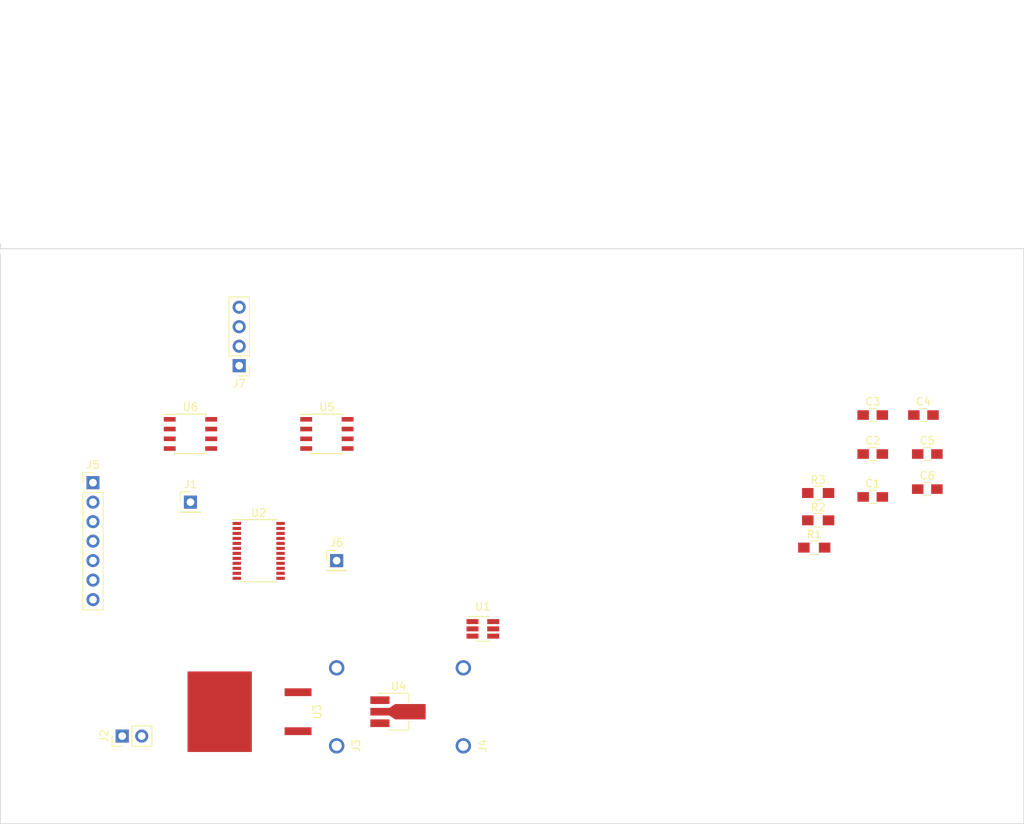
<source format=kicad_pcb>
(kicad_pcb (version 4) (host pcbnew 4.0.7)

  (general
    (links 62)
    (no_connects 62)
    (area 103.202381 34.899999 219.139001 136.827619)
    (thickness 1.6)
    (drawings 12)
    (tracks 0)
    (zones 0)
    (modules 22)
    (nets 24)
  )

  (page A4)
  (layers
    (0 F.Cu signal)
    (1 In1.Cu power)
    (2 In2.Cu power)
    (31 B.Cu signal)
    (34 B.Paste user)
    (35 F.Paste user)
    (36 B.SilkS user)
    (37 F.SilkS user)
    (38 B.Mask user)
    (39 F.Mask user)
    (44 Edge.Cuts user)
    (45 Margin user)
  )

  (setup
    (last_trace_width 0.25)
    (trace_clearance 0.2)
    (zone_clearance 0.508)
    (zone_45_only no)
    (trace_min 0.2)
    (segment_width 0.2)
    (edge_width 0.1)
    (via_size 0.6)
    (via_drill 0.4)
    (via_min_size 0.4)
    (via_min_drill 0.3)
    (uvia_size 0.3)
    (uvia_drill 0.1)
    (uvias_allowed no)
    (uvia_min_size 0.2)
    (uvia_min_drill 0.1)
    (pcb_text_width 0.3)
    (pcb_text_size 1.5 1.5)
    (mod_edge_width 0.15)
    (mod_text_size 1 1)
    (mod_text_width 0.15)
    (pad_size 1.5 1.5)
    (pad_drill 0.6)
    (pad_to_mask_clearance 0)
    (aux_axis_origin 0 0)
    (visible_elements 7FFFFFFF)
    (pcbplotparams
      (layerselection 0x00030_80000001)
      (usegerberextensions false)
      (excludeedgelayer true)
      (linewidth 0.100000)
      (plotframeref false)
      (viasonmask false)
      (mode 1)
      (useauxorigin false)
      (hpglpennumber 1)
      (hpglpenspeed 20)
      (hpglpendiameter 15)
      (hpglpenoverlay 2)
      (psnegative false)
      (psa4output false)
      (plotreference true)
      (plotvalue true)
      (plotinvisibletext false)
      (padsonsilk false)
      (subtractmaskfromsilk false)
      (outputformat 1)
      (mirror false)
      (drillshape 1)
      (scaleselection 1)
      (outputdirectory ""))
  )

  (net 0 "")
  (net 1 /3V3)
  (net 2 GNDD)
  (net 3 /+12V)
  (net 4 GNDA)
  (net 5 /3V3Pi)
  (net 6 /OUT2)
  (net 7 /+15V)
  (net 8 /SYNC)
  (net 9 /SCK)
  (net 10 /MOSI)
  (net 11 /LDAC)
  (net 12 /CLR)
  (net 13 /MISO)
  (net 14 /MUX)
  (net 15 "Net-(J6-Pad1)")
  (net 16 /OUTA)
  (net 17 /OUTB)
  (net 18 /OUTC)
  (net 19 /OUTD)
  (net 20 /3V3PS)
  (net 21 /OUT1)
  (net 22 /OUT4)
  (net 23 /OUT3)

  (net_class Default "This is the default net class."
    (clearance 0.2)
    (trace_width 0.25)
    (via_dia 0.6)
    (via_drill 0.4)
    (uvia_dia 0.3)
    (uvia_drill 0.1)
    (add_net /+12V)
    (add_net /+15V)
    (add_net /3V3)
    (add_net /3V3PS)
    (add_net /3V3Pi)
    (add_net /CLR)
    (add_net /LDAC)
    (add_net /MISO)
    (add_net /MOSI)
    (add_net /MUX)
    (add_net /OUT1)
    (add_net /OUT2)
    (add_net /OUT3)
    (add_net /OUT4)
    (add_net /OUTA)
    (add_net /OUTB)
    (add_net /OUTC)
    (add_net /OUTD)
    (add_net /SCK)
    (add_net /SYNC)
    (add_net GNDA)
    (add_net GNDD)
    (add_net "Net-(J6-Pad1)")
  )

  (module Capacitors_SMD:C_0805_HandSoldering (layer F.Cu) (tedit 58AA84A8) (tstamp 5B8470A1)
    (at 209.552 99.648)
    (descr "Capacitor SMD 0805, hand soldering")
    (tags "capacitor 0805")
    (path /5B7659FA)
    (attr smd)
    (fp_text reference C1 (at 0 -1.75) (layer F.SilkS)
      (effects (font (size 1 1) (thickness 0.15)))
    )
    (fp_text value 0.1uF (at 0 1.75) (layer F.Fab)
      (effects (font (size 1 1) (thickness 0.15)))
    )
    (fp_text user %R (at 0 -1.75) (layer F.Fab)
      (effects (font (size 1 1) (thickness 0.15)))
    )
    (fp_line (start -1 0.62) (end -1 -0.62) (layer F.Fab) (width 0.1))
    (fp_line (start 1 0.62) (end -1 0.62) (layer F.Fab) (width 0.1))
    (fp_line (start 1 -0.62) (end 1 0.62) (layer F.Fab) (width 0.1))
    (fp_line (start -1 -0.62) (end 1 -0.62) (layer F.Fab) (width 0.1))
    (fp_line (start 0.5 -0.85) (end -0.5 -0.85) (layer F.SilkS) (width 0.12))
    (fp_line (start -0.5 0.85) (end 0.5 0.85) (layer F.SilkS) (width 0.12))
    (fp_line (start -2.25 -0.88) (end 2.25 -0.88) (layer F.CrtYd) (width 0.05))
    (fp_line (start -2.25 -0.88) (end -2.25 0.87) (layer F.CrtYd) (width 0.05))
    (fp_line (start 2.25 0.87) (end 2.25 -0.88) (layer F.CrtYd) (width 0.05))
    (fp_line (start 2.25 0.87) (end -2.25 0.87) (layer F.CrtYd) (width 0.05))
    (pad 1 smd rect (at -1.25 0) (size 1.5 1.25) (layers F.Cu F.Paste F.Mask)
      (net 1 /3V3))
    (pad 2 smd rect (at 1.25 0) (size 1.5 1.25) (layers F.Cu F.Paste F.Mask)
      (net 2 GNDD))
    (model Capacitors_SMD.3dshapes/C_0805.wrl
      (at (xyz 0 0 0))
      (scale (xyz 1 1 1))
      (rotate (xyz 0 0 0))
    )
  )

  (module Capacitors_SMD:C_0805_HandSoldering (layer F.Cu) (tedit 58AA84A8) (tstamp 5B8470A7)
    (at 209.552 94.06)
    (descr "Capacitor SMD 0805, hand soldering")
    (tags "capacitor 0805")
    (path /5B7EAB26)
    (attr smd)
    (fp_text reference C2 (at 0 -1.75) (layer F.SilkS)
      (effects (font (size 1 1) (thickness 0.15)))
    )
    (fp_text value 10uF (at 0 1.75) (layer F.Fab)
      (effects (font (size 1 1) (thickness 0.15)))
    )
    (fp_text user %R (at 0 -1.75) (layer F.Fab)
      (effects (font (size 1 1) (thickness 0.15)))
    )
    (fp_line (start -1 0.62) (end -1 -0.62) (layer F.Fab) (width 0.1))
    (fp_line (start 1 0.62) (end -1 0.62) (layer F.Fab) (width 0.1))
    (fp_line (start 1 -0.62) (end 1 0.62) (layer F.Fab) (width 0.1))
    (fp_line (start -1 -0.62) (end 1 -0.62) (layer F.Fab) (width 0.1))
    (fp_line (start 0.5 -0.85) (end -0.5 -0.85) (layer F.SilkS) (width 0.12))
    (fp_line (start -0.5 0.85) (end 0.5 0.85) (layer F.SilkS) (width 0.12))
    (fp_line (start -2.25 -0.88) (end 2.25 -0.88) (layer F.CrtYd) (width 0.05))
    (fp_line (start -2.25 -0.88) (end -2.25 0.87) (layer F.CrtYd) (width 0.05))
    (fp_line (start 2.25 0.87) (end 2.25 -0.88) (layer F.CrtYd) (width 0.05))
    (fp_line (start 2.25 0.87) (end -2.25 0.87) (layer F.CrtYd) (width 0.05))
    (pad 1 smd rect (at -1.25 0) (size 1.5 1.25) (layers F.Cu F.Paste F.Mask)
      (net 1 /3V3))
    (pad 2 smd rect (at 1.25 0) (size 1.5 1.25) (layers F.Cu F.Paste F.Mask)
      (net 2 GNDD))
    (model Capacitors_SMD.3dshapes/C_0805.wrl
      (at (xyz 0 0 0))
      (scale (xyz 1 1 1))
      (rotate (xyz 0 0 0))
    )
  )

  (module Capacitors_SMD:C_0805_HandSoldering (layer F.Cu) (tedit 58AA84A8) (tstamp 5B8470AD)
    (at 209.552 88.98)
    (descr "Capacitor SMD 0805, hand soldering")
    (tags "capacitor 0805")
    (path /5B58BDD8)
    (attr smd)
    (fp_text reference C3 (at 0 -1.75) (layer F.SilkS)
      (effects (font (size 1 1) (thickness 0.15)))
    )
    (fp_text value 0.1uF (at 0 1.75) (layer F.Fab)
      (effects (font (size 1 1) (thickness 0.15)))
    )
    (fp_text user %R (at 0 -1.75) (layer F.Fab)
      (effects (font (size 1 1) (thickness 0.15)))
    )
    (fp_line (start -1 0.62) (end -1 -0.62) (layer F.Fab) (width 0.1))
    (fp_line (start 1 0.62) (end -1 0.62) (layer F.Fab) (width 0.1))
    (fp_line (start 1 -0.62) (end 1 0.62) (layer F.Fab) (width 0.1))
    (fp_line (start -1 -0.62) (end 1 -0.62) (layer F.Fab) (width 0.1))
    (fp_line (start 0.5 -0.85) (end -0.5 -0.85) (layer F.SilkS) (width 0.12))
    (fp_line (start -0.5 0.85) (end 0.5 0.85) (layer F.SilkS) (width 0.12))
    (fp_line (start -2.25 -0.88) (end 2.25 -0.88) (layer F.CrtYd) (width 0.05))
    (fp_line (start -2.25 -0.88) (end -2.25 0.87) (layer F.CrtYd) (width 0.05))
    (fp_line (start 2.25 0.87) (end 2.25 -0.88) (layer F.CrtYd) (width 0.05))
    (fp_line (start 2.25 0.87) (end -2.25 0.87) (layer F.CrtYd) (width 0.05))
    (pad 1 smd rect (at -1.25 0) (size 1.5 1.25) (layers F.Cu F.Paste F.Mask)
      (net 3 /+12V))
    (pad 2 smd rect (at 1.25 0) (size 1.5 1.25) (layers F.Cu F.Paste F.Mask)
      (net 4 GNDA))
    (model Capacitors_SMD.3dshapes/C_0805.wrl
      (at (xyz 0 0 0))
      (scale (xyz 1 1 1))
      (rotate (xyz 0 0 0))
    )
  )

  (module Capacitors_SMD:C_0805_HandSoldering (layer F.Cu) (tedit 58AA84A8) (tstamp 5B8470B3)
    (at 216.156 88.98)
    (descr "Capacitor SMD 0805, hand soldering")
    (tags "capacitor 0805")
    (path /5B7EAA08)
    (attr smd)
    (fp_text reference C4 (at 0 -1.75) (layer F.SilkS)
      (effects (font (size 1 1) (thickness 0.15)))
    )
    (fp_text value 10uF (at 0 1.75) (layer F.Fab)
      (effects (font (size 1 1) (thickness 0.15)))
    )
    (fp_text user %R (at 0 -1.75) (layer F.Fab)
      (effects (font (size 1 1) (thickness 0.15)))
    )
    (fp_line (start -1 0.62) (end -1 -0.62) (layer F.Fab) (width 0.1))
    (fp_line (start 1 0.62) (end -1 0.62) (layer F.Fab) (width 0.1))
    (fp_line (start 1 -0.62) (end 1 0.62) (layer F.Fab) (width 0.1))
    (fp_line (start -1 -0.62) (end 1 -0.62) (layer F.Fab) (width 0.1))
    (fp_line (start 0.5 -0.85) (end -0.5 -0.85) (layer F.SilkS) (width 0.12))
    (fp_line (start -0.5 0.85) (end 0.5 0.85) (layer F.SilkS) (width 0.12))
    (fp_line (start -2.25 -0.88) (end 2.25 -0.88) (layer F.CrtYd) (width 0.05))
    (fp_line (start -2.25 -0.88) (end -2.25 0.87) (layer F.CrtYd) (width 0.05))
    (fp_line (start 2.25 0.87) (end 2.25 -0.88) (layer F.CrtYd) (width 0.05))
    (fp_line (start 2.25 0.87) (end -2.25 0.87) (layer F.CrtYd) (width 0.05))
    (pad 1 smd rect (at -1.25 0) (size 1.5 1.25) (layers F.Cu F.Paste F.Mask)
      (net 3 /+12V))
    (pad 2 smd rect (at 1.25 0) (size 1.5 1.25) (layers F.Cu F.Paste F.Mask)
      (net 4 GNDA))
    (model Capacitors_SMD.3dshapes/C_0805.wrl
      (at (xyz 0 0 0))
      (scale (xyz 1 1 1))
      (rotate (xyz 0 0 0))
    )
  )

  (module Capacitors_SMD:C_0805_HandSoldering (layer F.Cu) (tedit 58AA84A8) (tstamp 5B8470B9)
    (at 216.664 94.06)
    (descr "Capacitor SMD 0805, hand soldering")
    (tags "capacitor 0805")
    (path /5B7E35C7)
    (attr smd)
    (fp_text reference C5 (at 0 -1.75) (layer F.SilkS)
      (effects (font (size 1 1) (thickness 0.15)))
    )
    (fp_text value 0.1uF (at 0 1.75) (layer F.Fab)
      (effects (font (size 1 1) (thickness 0.15)))
    )
    (fp_text user %R (at 0 -1.75) (layer F.Fab)
      (effects (font (size 1 1) (thickness 0.15)))
    )
    (fp_line (start -1 0.62) (end -1 -0.62) (layer F.Fab) (width 0.1))
    (fp_line (start 1 0.62) (end -1 0.62) (layer F.Fab) (width 0.1))
    (fp_line (start 1 -0.62) (end 1 0.62) (layer F.Fab) (width 0.1))
    (fp_line (start -1 -0.62) (end 1 -0.62) (layer F.Fab) (width 0.1))
    (fp_line (start 0.5 -0.85) (end -0.5 -0.85) (layer F.SilkS) (width 0.12))
    (fp_line (start -0.5 0.85) (end 0.5 0.85) (layer F.SilkS) (width 0.12))
    (fp_line (start -2.25 -0.88) (end 2.25 -0.88) (layer F.CrtYd) (width 0.05))
    (fp_line (start -2.25 -0.88) (end -2.25 0.87) (layer F.CrtYd) (width 0.05))
    (fp_line (start 2.25 0.87) (end 2.25 -0.88) (layer F.CrtYd) (width 0.05))
    (fp_line (start 2.25 0.87) (end -2.25 0.87) (layer F.CrtYd) (width 0.05))
    (pad 1 smd rect (at -1.25 0) (size 1.5 1.25) (layers F.Cu F.Paste F.Mask)
      (net 3 /+12V))
    (pad 2 smd rect (at 1.25 0) (size 1.5 1.25) (layers F.Cu F.Paste F.Mask)
      (net 4 GNDA))
    (model Capacitors_SMD.3dshapes/C_0805.wrl
      (at (xyz 0 0 0))
      (scale (xyz 1 1 1))
      (rotate (xyz 0 0 0))
    )
  )

  (module Capacitors_SMD:C_0805_HandSoldering (layer F.Cu) (tedit 58AA84A8) (tstamp 5B8470BF)
    (at 216.664 98.632)
    (descr "Capacitor SMD 0805, hand soldering")
    (tags "capacitor 0805")
    (path /5B7E3B0F)
    (attr smd)
    (fp_text reference C6 (at 0 -1.75) (layer F.SilkS)
      (effects (font (size 1 1) (thickness 0.15)))
    )
    (fp_text value 0.1uF (at 0 1.75) (layer F.Fab)
      (effects (font (size 1 1) (thickness 0.15)))
    )
    (fp_text user %R (at 0 -1.75) (layer F.Fab)
      (effects (font (size 1 1) (thickness 0.15)))
    )
    (fp_line (start -1 0.62) (end -1 -0.62) (layer F.Fab) (width 0.1))
    (fp_line (start 1 0.62) (end -1 0.62) (layer F.Fab) (width 0.1))
    (fp_line (start 1 -0.62) (end 1 0.62) (layer F.Fab) (width 0.1))
    (fp_line (start -1 -0.62) (end 1 -0.62) (layer F.Fab) (width 0.1))
    (fp_line (start 0.5 -0.85) (end -0.5 -0.85) (layer F.SilkS) (width 0.12))
    (fp_line (start -0.5 0.85) (end 0.5 0.85) (layer F.SilkS) (width 0.12))
    (fp_line (start -2.25 -0.88) (end 2.25 -0.88) (layer F.CrtYd) (width 0.05))
    (fp_line (start -2.25 -0.88) (end -2.25 0.87) (layer F.CrtYd) (width 0.05))
    (fp_line (start 2.25 0.87) (end 2.25 -0.88) (layer F.CrtYd) (width 0.05))
    (fp_line (start 2.25 0.87) (end -2.25 0.87) (layer F.CrtYd) (width 0.05))
    (pad 1 smd rect (at -1.25 0) (size 1.5 1.25) (layers F.Cu F.Paste F.Mask)
      (net 3 /+12V))
    (pad 2 smd rect (at 1.25 0) (size 1.5 1.25) (layers F.Cu F.Paste F.Mask)
      (net 4 GNDA))
    (model Capacitors_SMD.3dshapes/C_0805.wrl
      (at (xyz 0 0 0))
      (scale (xyz 1 1 1))
      (rotate (xyz 0 0 0))
    )
  )

  (module Pin_Headers:Pin_Header_Straight_1x01_Pitch2.54mm (layer F.Cu) (tedit 59650532) (tstamp 5B8470D9)
    (at 120.65 100.33)
    (descr "Through hole straight pin header, 1x01, 2.54mm pitch, single row")
    (tags "Through hole pin header THT 1x01 2.54mm single row")
    (path /5B770952)
    (fp_text reference J1 (at 0 -2.33) (layer F.SilkS)
      (effects (font (size 1 1) (thickness 0.15)))
    )
    (fp_text value Conn_01x01 (at 0 2.33) (layer F.Fab)
      (effects (font (size 1 1) (thickness 0.15)))
    )
    (fp_line (start -0.635 -1.27) (end 1.27 -1.27) (layer F.Fab) (width 0.1))
    (fp_line (start 1.27 -1.27) (end 1.27 1.27) (layer F.Fab) (width 0.1))
    (fp_line (start 1.27 1.27) (end -1.27 1.27) (layer F.Fab) (width 0.1))
    (fp_line (start -1.27 1.27) (end -1.27 -0.635) (layer F.Fab) (width 0.1))
    (fp_line (start -1.27 -0.635) (end -0.635 -1.27) (layer F.Fab) (width 0.1))
    (fp_line (start -1.33 1.33) (end 1.33 1.33) (layer F.SilkS) (width 0.12))
    (fp_line (start -1.33 1.27) (end -1.33 1.33) (layer F.SilkS) (width 0.12))
    (fp_line (start 1.33 1.27) (end 1.33 1.33) (layer F.SilkS) (width 0.12))
    (fp_line (start -1.33 1.27) (end 1.33 1.27) (layer F.SilkS) (width 0.12))
    (fp_line (start -1.33 0) (end -1.33 -1.33) (layer F.SilkS) (width 0.12))
    (fp_line (start -1.33 -1.33) (end 0 -1.33) (layer F.SilkS) (width 0.12))
    (fp_line (start -1.8 -1.8) (end -1.8 1.8) (layer F.CrtYd) (width 0.05))
    (fp_line (start -1.8 1.8) (end 1.8 1.8) (layer F.CrtYd) (width 0.05))
    (fp_line (start 1.8 1.8) (end 1.8 -1.8) (layer F.CrtYd) (width 0.05))
    (fp_line (start 1.8 -1.8) (end -1.8 -1.8) (layer F.CrtYd) (width 0.05))
    (fp_text user %R (at 0 0 90) (layer F.Fab)
      (effects (font (size 1 1) (thickness 0.15)))
    )
    (pad 1 thru_hole rect (at 0 0) (size 1.7 1.7) (drill 1) (layers *.Cu *.Mask)
      (net 6 /OUT2))
    (model ${KISYS3DMOD}/Pin_Headers.3dshapes/Pin_Header_Straight_1x01_Pitch2.54mm.wrl
      (at (xyz 0 0 0))
      (scale (xyz 1 1 1))
      (rotate (xyz 0 0 0))
    )
  )

  (module BANANA:BANANA (layer F.Cu) (tedit 5B844972) (tstamp 5B8470DF)
    (at 139.7 132.08 90)
    (path /5B81D551)
    (fp_text reference J3 (at 0 2.54 90) (layer F.SilkS)
      (effects (font (size 1 1) (thickness 0.15)))
    )
    (fp_text value Conn_01x01 (at 0 -2.54 90) (layer F.Fab)
      (effects (font (size 1 1) (thickness 0.15)))
    )
    (pad 1 thru_hole circle (at 0 0 90) (size 2 2) (drill 1.32) (layers *.Cu *.Mask)
      (net 7 /+15V))
    (pad 2 thru_hole circle (at 10.16 0 90) (size 2 2) (drill 1.32) (layers *.Cu *.Mask))
  )

  (module BANANA:BANANA (layer F.Cu) (tedit 5B844972) (tstamp 5B8470E5)
    (at 156.21 132.08 90)
    (path /5B81D632)
    (fp_text reference J4 (at 0 2.54 90) (layer F.SilkS)
      (effects (font (size 1 1) (thickness 0.15)))
    )
    (fp_text value Conn_01x01 (at 0 -2.54 90) (layer F.Fab)
      (effects (font (size 1 1) (thickness 0.15)))
    )
    (pad 1 thru_hole circle (at 0 0 90) (size 2 2) (drill 1.32) (layers *.Cu *.Mask)
      (net 4 GNDA))
    (pad 2 thru_hole circle (at 10.16 0 90) (size 2 2) (drill 1.32) (layers *.Cu *.Mask))
  )

  (module Pin_Headers:Pin_Header_Straight_1x07_Pitch2.54mm (layer F.Cu) (tedit 59650532) (tstamp 5B8470F0)
    (at 107.95 97.79)
    (descr "Through hole straight pin header, 1x07, 2.54mm pitch, single row")
    (tags "Through hole pin header THT 1x07 2.54mm single row")
    (path /5B80F3C7)
    (fp_text reference J5 (at 0 -2.33) (layer F.SilkS)
      (effects (font (size 1 1) (thickness 0.15)))
    )
    (fp_text value Conn_01x07 (at 0 17.57) (layer F.Fab)
      (effects (font (size 1 1) (thickness 0.15)))
    )
    (fp_line (start -0.635 -1.27) (end 1.27 -1.27) (layer F.Fab) (width 0.1))
    (fp_line (start 1.27 -1.27) (end 1.27 16.51) (layer F.Fab) (width 0.1))
    (fp_line (start 1.27 16.51) (end -1.27 16.51) (layer F.Fab) (width 0.1))
    (fp_line (start -1.27 16.51) (end -1.27 -0.635) (layer F.Fab) (width 0.1))
    (fp_line (start -1.27 -0.635) (end -0.635 -1.27) (layer F.Fab) (width 0.1))
    (fp_line (start -1.33 16.57) (end 1.33 16.57) (layer F.SilkS) (width 0.12))
    (fp_line (start -1.33 1.27) (end -1.33 16.57) (layer F.SilkS) (width 0.12))
    (fp_line (start 1.33 1.27) (end 1.33 16.57) (layer F.SilkS) (width 0.12))
    (fp_line (start -1.33 1.27) (end 1.33 1.27) (layer F.SilkS) (width 0.12))
    (fp_line (start -1.33 0) (end -1.33 -1.33) (layer F.SilkS) (width 0.12))
    (fp_line (start -1.33 -1.33) (end 0 -1.33) (layer F.SilkS) (width 0.12))
    (fp_line (start -1.8 -1.8) (end -1.8 17.05) (layer F.CrtYd) (width 0.05))
    (fp_line (start -1.8 17.05) (end 1.8 17.05) (layer F.CrtYd) (width 0.05))
    (fp_line (start 1.8 17.05) (end 1.8 -1.8) (layer F.CrtYd) (width 0.05))
    (fp_line (start 1.8 -1.8) (end -1.8 -1.8) (layer F.CrtYd) (width 0.05))
    (fp_text user %R (at 0 7.62 90) (layer F.Fab)
      (effects (font (size 1 1) (thickness 0.15)))
    )
    (pad 1 thru_hole rect (at 0 0) (size 1.7 1.7) (drill 1) (layers *.Cu *.Mask)
      (net 8 /SYNC))
    (pad 2 thru_hole oval (at 0 2.54) (size 1.7 1.7) (drill 1) (layers *.Cu *.Mask)
      (net 9 /SCK))
    (pad 3 thru_hole oval (at 0 5.08) (size 1.7 1.7) (drill 1) (layers *.Cu *.Mask)
      (net 10 /MOSI))
    (pad 4 thru_hole oval (at 0 7.62) (size 1.7 1.7) (drill 1) (layers *.Cu *.Mask)
      (net 11 /LDAC))
    (pad 5 thru_hole oval (at 0 10.16) (size 1.7 1.7) (drill 1) (layers *.Cu *.Mask)
      (net 12 /CLR))
    (pad 6 thru_hole oval (at 0 12.7) (size 1.7 1.7) (drill 1) (layers *.Cu *.Mask)
      (net 13 /MISO))
    (pad 7 thru_hole oval (at 0 15.24) (size 1.7 1.7) (drill 1) (layers *.Cu *.Mask)
      (net 14 /MUX))
    (model ${KISYS3DMOD}/Pin_Headers.3dshapes/Pin_Header_Straight_1x07_Pitch2.54mm.wrl
      (at (xyz 0 0 0))
      (scale (xyz 1 1 1))
      (rotate (xyz 0 0 0))
    )
  )

  (module Pin_Headers:Pin_Header_Straight_1x01_Pitch2.54mm (layer F.Cu) (tedit 59650532) (tstamp 5B8470F5)
    (at 139.7 107.95)
    (descr "Through hole straight pin header, 1x01, 2.54mm pitch, single row")
    (tags "Through hole pin header THT 1x01 2.54mm single row")
    (path /5B5EDEE3)
    (fp_text reference J6 (at 0 -2.33) (layer F.SilkS)
      (effects (font (size 1 1) (thickness 0.15)))
    )
    (fp_text value Conn_01x01 (at 0 2.33) (layer F.Fab)
      (effects (font (size 1 1) (thickness 0.15)))
    )
    (fp_line (start -0.635 -1.27) (end 1.27 -1.27) (layer F.Fab) (width 0.1))
    (fp_line (start 1.27 -1.27) (end 1.27 1.27) (layer F.Fab) (width 0.1))
    (fp_line (start 1.27 1.27) (end -1.27 1.27) (layer F.Fab) (width 0.1))
    (fp_line (start -1.27 1.27) (end -1.27 -0.635) (layer F.Fab) (width 0.1))
    (fp_line (start -1.27 -0.635) (end -0.635 -1.27) (layer F.Fab) (width 0.1))
    (fp_line (start -1.33 1.33) (end 1.33 1.33) (layer F.SilkS) (width 0.12))
    (fp_line (start -1.33 1.27) (end -1.33 1.33) (layer F.SilkS) (width 0.12))
    (fp_line (start 1.33 1.27) (end 1.33 1.33) (layer F.SilkS) (width 0.12))
    (fp_line (start -1.33 1.27) (end 1.33 1.27) (layer F.SilkS) (width 0.12))
    (fp_line (start -1.33 0) (end -1.33 -1.33) (layer F.SilkS) (width 0.12))
    (fp_line (start -1.33 -1.33) (end 0 -1.33) (layer F.SilkS) (width 0.12))
    (fp_line (start -1.8 -1.8) (end -1.8 1.8) (layer F.CrtYd) (width 0.05))
    (fp_line (start -1.8 1.8) (end 1.8 1.8) (layer F.CrtYd) (width 0.05))
    (fp_line (start 1.8 1.8) (end 1.8 -1.8) (layer F.CrtYd) (width 0.05))
    (fp_line (start 1.8 -1.8) (end -1.8 -1.8) (layer F.CrtYd) (width 0.05))
    (fp_text user %R (at 0 0 90) (layer F.Fab)
      (effects (font (size 1 1) (thickness 0.15)))
    )
    (pad 1 thru_hole rect (at 0 0) (size 1.7 1.7) (drill 1) (layers *.Cu *.Mask)
      (net 15 "Net-(J6-Pad1)"))
    (model ${KISYS3DMOD}/Pin_Headers.3dshapes/Pin_Header_Straight_1x01_Pitch2.54mm.wrl
      (at (xyz 0 0 0))
      (scale (xyz 1 1 1))
      (rotate (xyz 0 0 0))
    )
  )

  (module Pin_Headers:Pin_Header_Straight_1x04_Pitch2.54mm (layer F.Cu) (tedit 59650532) (tstamp 5B8470FD)
    (at 127 82.55 180)
    (descr "Through hole straight pin header, 1x04, 2.54mm pitch, single row")
    (tags "Through hole pin header THT 1x04 2.54mm single row")
    (path /5B7E4805)
    (fp_text reference J7 (at 0 -2.33 180) (layer F.SilkS)
      (effects (font (size 1 1) (thickness 0.15)))
    )
    (fp_text value Conn_01x04 (at 0 9.95 180) (layer F.Fab)
      (effects (font (size 1 1) (thickness 0.15)))
    )
    (fp_line (start -0.635 -1.27) (end 1.27 -1.27) (layer F.Fab) (width 0.1))
    (fp_line (start 1.27 -1.27) (end 1.27 8.89) (layer F.Fab) (width 0.1))
    (fp_line (start 1.27 8.89) (end -1.27 8.89) (layer F.Fab) (width 0.1))
    (fp_line (start -1.27 8.89) (end -1.27 -0.635) (layer F.Fab) (width 0.1))
    (fp_line (start -1.27 -0.635) (end -0.635 -1.27) (layer F.Fab) (width 0.1))
    (fp_line (start -1.33 8.95) (end 1.33 8.95) (layer F.SilkS) (width 0.12))
    (fp_line (start -1.33 1.27) (end -1.33 8.95) (layer F.SilkS) (width 0.12))
    (fp_line (start 1.33 1.27) (end 1.33 8.95) (layer F.SilkS) (width 0.12))
    (fp_line (start -1.33 1.27) (end 1.33 1.27) (layer F.SilkS) (width 0.12))
    (fp_line (start -1.33 0) (end -1.33 -1.33) (layer F.SilkS) (width 0.12))
    (fp_line (start -1.33 -1.33) (end 0 -1.33) (layer F.SilkS) (width 0.12))
    (fp_line (start -1.8 -1.8) (end -1.8 9.4) (layer F.CrtYd) (width 0.05))
    (fp_line (start -1.8 9.4) (end 1.8 9.4) (layer F.CrtYd) (width 0.05))
    (fp_line (start 1.8 9.4) (end 1.8 -1.8) (layer F.CrtYd) (width 0.05))
    (fp_line (start 1.8 -1.8) (end -1.8 -1.8) (layer F.CrtYd) (width 0.05))
    (fp_text user %R (at 0 3.81 270) (layer F.Fab)
      (effects (font (size 1 1) (thickness 0.15)))
    )
    (pad 1 thru_hole rect (at 0 0 180) (size 1.7 1.7) (drill 1) (layers *.Cu *.Mask)
      (net 16 /OUTA))
    (pad 2 thru_hole oval (at 0 2.54 180) (size 1.7 1.7) (drill 1) (layers *.Cu *.Mask)
      (net 17 /OUTB))
    (pad 3 thru_hole oval (at 0 5.08 180) (size 1.7 1.7) (drill 1) (layers *.Cu *.Mask)
      (net 18 /OUTC))
    (pad 4 thru_hole oval (at 0 7.62 180) (size 1.7 1.7) (drill 1) (layers *.Cu *.Mask)
      (net 19 /OUTD))
    (model ${KISYS3DMOD}/Pin_Headers.3dshapes/Pin_Header_Straight_1x04_Pitch2.54mm.wrl
      (at (xyz 0 0 0))
      (scale (xyz 1 1 1))
      (rotate (xyz 0 0 0))
    )
  )

  (module Resistors_SMD:R_0805_HandSoldering (layer F.Cu) (tedit 58E0A804) (tstamp 5B847103)
    (at 201.932 106.252)
    (descr "Resistor SMD 0805, hand soldering")
    (tags "resistor 0805")
    (path /5B5A1252)
    (attr smd)
    (fp_text reference R1 (at 0 -1.7) (layer F.SilkS)
      (effects (font (size 1 1) (thickness 0.15)))
    )
    (fp_text value 10k (at 0 1.75) (layer F.Fab)
      (effects (font (size 1 1) (thickness 0.15)))
    )
    (fp_text user %R (at 0 0) (layer F.Fab)
      (effects (font (size 0.5 0.5) (thickness 0.075)))
    )
    (fp_line (start -1 0.62) (end -1 -0.62) (layer F.Fab) (width 0.1))
    (fp_line (start 1 0.62) (end -1 0.62) (layer F.Fab) (width 0.1))
    (fp_line (start 1 -0.62) (end 1 0.62) (layer F.Fab) (width 0.1))
    (fp_line (start -1 -0.62) (end 1 -0.62) (layer F.Fab) (width 0.1))
    (fp_line (start 0.6 0.88) (end -0.6 0.88) (layer F.SilkS) (width 0.12))
    (fp_line (start -0.6 -0.88) (end 0.6 -0.88) (layer F.SilkS) (width 0.12))
    (fp_line (start -2.35 -0.9) (end 2.35 -0.9) (layer F.CrtYd) (width 0.05))
    (fp_line (start -2.35 -0.9) (end -2.35 0.9) (layer F.CrtYd) (width 0.05))
    (fp_line (start 2.35 0.9) (end 2.35 -0.9) (layer F.CrtYd) (width 0.05))
    (fp_line (start 2.35 0.9) (end -2.35 0.9) (layer F.CrtYd) (width 0.05))
    (pad 1 smd rect (at -1.35 0) (size 1.5 1.3) (layers F.Cu F.Paste F.Mask)
      (net 1 /3V3))
    (pad 2 smd rect (at 1.35 0) (size 1.5 1.3) (layers F.Cu F.Paste F.Mask)
      (net 12 /CLR))
    (model ${KISYS3DMOD}/Resistors_SMD.3dshapes/R_0805.wrl
      (at (xyz 0 0 0))
      (scale (xyz 1 1 1))
      (rotate (xyz 0 0 0))
    )
  )

  (module Resistors_SMD:R_0805_HandSoldering (layer F.Cu) (tedit 58E0A804) (tstamp 5B847109)
    (at 202.44 102.696)
    (descr "Resistor SMD 0805, hand soldering")
    (tags "resistor 0805")
    (path /5B5A0E66)
    (attr smd)
    (fp_text reference R2 (at 0 -1.7) (layer F.SilkS)
      (effects (font (size 1 1) (thickness 0.15)))
    )
    (fp_text value 10k (at 0 1.75) (layer F.Fab)
      (effects (font (size 1 1) (thickness 0.15)))
    )
    (fp_text user %R (at 0 0) (layer F.Fab)
      (effects (font (size 0.5 0.5) (thickness 0.075)))
    )
    (fp_line (start -1 0.62) (end -1 -0.62) (layer F.Fab) (width 0.1))
    (fp_line (start 1 0.62) (end -1 0.62) (layer F.Fab) (width 0.1))
    (fp_line (start 1 -0.62) (end 1 0.62) (layer F.Fab) (width 0.1))
    (fp_line (start -1 -0.62) (end 1 -0.62) (layer F.Fab) (width 0.1))
    (fp_line (start 0.6 0.88) (end -0.6 0.88) (layer F.SilkS) (width 0.12))
    (fp_line (start -0.6 -0.88) (end 0.6 -0.88) (layer F.SilkS) (width 0.12))
    (fp_line (start -2.35 -0.9) (end 2.35 -0.9) (layer F.CrtYd) (width 0.05))
    (fp_line (start -2.35 -0.9) (end -2.35 0.9) (layer F.CrtYd) (width 0.05))
    (fp_line (start 2.35 0.9) (end 2.35 -0.9) (layer F.CrtYd) (width 0.05))
    (fp_line (start 2.35 0.9) (end -2.35 0.9) (layer F.CrtYd) (width 0.05))
    (pad 1 smd rect (at -1.35 0) (size 1.5 1.3) (layers F.Cu F.Paste F.Mask)
      (net 8 /SYNC))
    (pad 2 smd rect (at 1.35 0) (size 1.5 1.3) (layers F.Cu F.Paste F.Mask)
      (net 1 /3V3))
    (model ${KISYS3DMOD}/Resistors_SMD.3dshapes/R_0805.wrl
      (at (xyz 0 0 0))
      (scale (xyz 1 1 1))
      (rotate (xyz 0 0 0))
    )
  )

  (module Resistors_SMD:R_0805_HandSoldering (layer F.Cu) (tedit 58E0A804) (tstamp 5B84710F)
    (at 202.44 99.14)
    (descr "Resistor SMD 0805, hand soldering")
    (tags "resistor 0805")
    (path /5B5A0807)
    (attr smd)
    (fp_text reference R3 (at 0 -1.7) (layer F.SilkS)
      (effects (font (size 1 1) (thickness 0.15)))
    )
    (fp_text value 10k (at 0 1.75) (layer F.Fab)
      (effects (font (size 1 1) (thickness 0.15)))
    )
    (fp_text user %R (at 0 0) (layer F.Fab)
      (effects (font (size 0.5 0.5) (thickness 0.075)))
    )
    (fp_line (start -1 0.62) (end -1 -0.62) (layer F.Fab) (width 0.1))
    (fp_line (start 1 0.62) (end -1 0.62) (layer F.Fab) (width 0.1))
    (fp_line (start 1 -0.62) (end 1 0.62) (layer F.Fab) (width 0.1))
    (fp_line (start -1 -0.62) (end 1 -0.62) (layer F.Fab) (width 0.1))
    (fp_line (start 0.6 0.88) (end -0.6 0.88) (layer F.SilkS) (width 0.12))
    (fp_line (start -0.6 -0.88) (end 0.6 -0.88) (layer F.SilkS) (width 0.12))
    (fp_line (start -2.35 -0.9) (end 2.35 -0.9) (layer F.CrtYd) (width 0.05))
    (fp_line (start -2.35 -0.9) (end -2.35 0.9) (layer F.CrtYd) (width 0.05))
    (fp_line (start 2.35 0.9) (end 2.35 -0.9) (layer F.CrtYd) (width 0.05))
    (fp_line (start 2.35 0.9) (end -2.35 0.9) (layer F.CrtYd) (width 0.05))
    (pad 1 smd rect (at -1.35 0) (size 1.5 1.3) (layers F.Cu F.Paste F.Mask)
      (net 11 /LDAC))
    (pad 2 smd rect (at 1.35 0) (size 1.5 1.3) (layers F.Cu F.Paste F.Mask)
      (net 1 /3V3))
    (model ${KISYS3DMOD}/Resistors_SMD.3dshapes/R_0805.wrl
      (at (xyz 0 0 0))
      (scale (xyz 1 1 1))
      (rotate (xyz 0 0 0))
    )
  )

  (module TO_SOT_Packages_SMD:SOT-23-6_Handsoldering (layer F.Cu) (tedit 58CE4E7E) (tstamp 5B847119)
    (at 158.75 116.84)
    (descr "6-pin SOT-23 package, Handsoldering")
    (tags "SOT-23-6 Handsoldering")
    (path /5B80ECFF)
    (attr smd)
    (fp_text reference U1 (at 0 -2.9) (layer F.SilkS)
      (effects (font (size 1 1) (thickness 0.15)))
    )
    (fp_text value SN74LVC1G3157 (at 0 2.9) (layer F.Fab)
      (effects (font (size 1 1) (thickness 0.15)))
    )
    (fp_text user %R (at 0 0 90) (layer F.Fab)
      (effects (font (size 0.5 0.5) (thickness 0.075)))
    )
    (fp_line (start -0.9 1.61) (end 0.9 1.61) (layer F.SilkS) (width 0.12))
    (fp_line (start 0.9 -1.61) (end -2.05 -1.61) (layer F.SilkS) (width 0.12))
    (fp_line (start -2.4 1.8) (end -2.4 -1.8) (layer F.CrtYd) (width 0.05))
    (fp_line (start 2.4 1.8) (end -2.4 1.8) (layer F.CrtYd) (width 0.05))
    (fp_line (start 2.4 -1.8) (end 2.4 1.8) (layer F.CrtYd) (width 0.05))
    (fp_line (start -2.4 -1.8) (end 2.4 -1.8) (layer F.CrtYd) (width 0.05))
    (fp_line (start -0.9 -0.9) (end -0.25 -1.55) (layer F.Fab) (width 0.1))
    (fp_line (start 0.9 -1.55) (end -0.25 -1.55) (layer F.Fab) (width 0.1))
    (fp_line (start -0.9 -0.9) (end -0.9 1.55) (layer F.Fab) (width 0.1))
    (fp_line (start 0.9 1.55) (end -0.9 1.55) (layer F.Fab) (width 0.1))
    (fp_line (start 0.9 -1.55) (end 0.9 1.55) (layer F.Fab) (width 0.1))
    (pad 1 smd rect (at -1.35 -0.95) (size 1.56 0.65) (layers F.Cu F.Paste F.Mask)
      (net 20 /3V3PS))
    (pad 2 smd rect (at -1.35 0) (size 1.56 0.65) (layers F.Cu F.Paste F.Mask)
      (net 4 GNDA))
    (pad 3 smd rect (at -1.35 0.95) (size 1.56 0.65) (layers F.Cu F.Paste F.Mask)
      (net 5 /3V3Pi))
    (pad 4 smd rect (at 1.35 0.95) (size 1.56 0.65) (layers F.Cu F.Paste F.Mask)
      (net 1 /3V3))
    (pad 6 smd rect (at 1.35 -0.95) (size 1.56 0.65) (layers F.Cu F.Paste F.Mask)
      (net 14 /MUX))
    (pad 5 smd rect (at 1.35 0) (size 1.56 0.65) (layers F.Cu F.Paste F.Mask)
      (net 20 /3V3PS))
    (model ${KISYS3DMOD}/TO_SOT_Packages_SMD.3dshapes/SOT-23-6.wrl
      (at (xyz 0 0 0))
      (scale (xyz 1 1 1))
      (rotate (xyz 0 0 0))
    )
  )

  (module Housings_SSOP:TSSOP-24_4.4x7.8mm_Pitch0.65mm (layer F.Cu) (tedit 57B061D2) (tstamp 5B847135)
    (at 129.54 106.68)
    (descr "TSSOP24: plastic thin shrink small outline package; 24 leads; body width 4.4 mm; (see NXP SSOP-TSSOP-VSO-REFLOW.pdf and sot355-1_po.pdf)")
    (tags "SSOP 0.65")
    (path /5B589E88)
    (attr smd)
    (fp_text reference U2 (at 0 -4.95) (layer F.SilkS)
      (effects (font (size 1 1) (thickness 0.15)))
    )
    (fp_text value AD5724R (at 0 4.95) (layer F.Fab)
      (effects (font (size 1 1) (thickness 0.15)))
    )
    (fp_line (start -1.2 -3.9) (end 2.2 -3.9) (layer F.Fab) (width 0.15))
    (fp_line (start 2.2 -3.9) (end 2.2 3.9) (layer F.Fab) (width 0.15))
    (fp_line (start 2.2 3.9) (end -2.2 3.9) (layer F.Fab) (width 0.15))
    (fp_line (start -2.2 3.9) (end -2.2 -2.9) (layer F.Fab) (width 0.15))
    (fp_line (start -2.2 -2.9) (end -1.2 -3.9) (layer F.Fab) (width 0.15))
    (fp_line (start -3.65 -4.2) (end -3.65 4.2) (layer F.CrtYd) (width 0.05))
    (fp_line (start 3.65 -4.2) (end 3.65 4.2) (layer F.CrtYd) (width 0.05))
    (fp_line (start -3.65 -4.2) (end 3.65 -4.2) (layer F.CrtYd) (width 0.05))
    (fp_line (start -3.65 4.2) (end 3.65 4.2) (layer F.CrtYd) (width 0.05))
    (fp_line (start 2.325 -4.025) (end 2.325 -4) (layer F.SilkS) (width 0.15))
    (fp_line (start 2.325 4.025) (end 2.325 4) (layer F.SilkS) (width 0.15))
    (fp_line (start -2.325 4.025) (end -2.325 4) (layer F.SilkS) (width 0.15))
    (fp_line (start -3.4 -4.075) (end 2.325 -4.075) (layer F.SilkS) (width 0.15))
    (fp_line (start -2.325 4.025) (end 2.325 4.025) (layer F.SilkS) (width 0.15))
    (fp_text user %R (at 0 0) (layer F.Fab)
      (effects (font (size 0.8 0.8) (thickness 0.15)))
    )
    (pad 1 smd rect (at -2.85 -3.575) (size 1.1 0.4) (layers F.Cu F.Paste F.Mask)
      (net 4 GNDA))
    (pad 2 smd rect (at -2.85 -2.925) (size 1.1 0.4) (layers F.Cu F.Paste F.Mask))
    (pad 3 smd rect (at -2.85 -2.275) (size 1.1 0.4) (layers F.Cu F.Paste F.Mask)
      (net 21 /OUT1))
    (pad 4 smd rect (at -2.85 -1.625) (size 1.1 0.4) (layers F.Cu F.Paste F.Mask)
      (net 6 /OUT2))
    (pad 5 smd rect (at -2.85 -0.975) (size 1.1 0.4) (layers F.Cu F.Paste F.Mask)
      (net 2 GNDD))
    (pad 6 smd rect (at -2.85 -0.325) (size 1.1 0.4) (layers F.Cu F.Paste F.Mask))
    (pad 7 smd rect (at -2.85 0.325) (size 1.1 0.4) (layers F.Cu F.Paste F.Mask)
      (net 8 /SYNC))
    (pad 8 smd rect (at -2.85 0.975) (size 1.1 0.4) (layers F.Cu F.Paste F.Mask)
      (net 9 /SCK))
    (pad 9 smd rect (at -2.85 1.625) (size 1.1 0.4) (layers F.Cu F.Paste F.Mask)
      (net 10 /MOSI))
    (pad 10 smd rect (at -2.85 2.275) (size 1.1 0.4) (layers F.Cu F.Paste F.Mask)
      (net 11 /LDAC))
    (pad 11 smd rect (at -2.85 2.925) (size 1.1 0.4) (layers F.Cu F.Paste F.Mask)
      (net 12 /CLR))
    (pad 12 smd rect (at -2.85 3.575) (size 1.1 0.4) (layers F.Cu F.Paste F.Mask))
    (pad 13 smd rect (at 2.85 3.575) (size 1.1 0.4) (layers F.Cu F.Paste F.Mask))
    (pad 14 smd rect (at 2.85 2.925) (size 1.1 0.4) (layers F.Cu F.Paste F.Mask)
      (net 1 /3V3))
    (pad 15 smd rect (at 2.85 2.275) (size 1.1 0.4) (layers F.Cu F.Paste F.Mask)
      (net 4 GNDA))
    (pad 16 smd rect (at 2.85 1.625) (size 1.1 0.4) (layers F.Cu F.Paste F.Mask)
      (net 13 /MISO))
    (pad 17 smd rect (at 2.85 0.975) (size 1.1 0.4) (layers F.Cu F.Paste F.Mask)
      (net 15 "Net-(J6-Pad1)"))
    (pad 18 smd rect (at 2.85 0.325) (size 1.1 0.4) (layers F.Cu F.Paste F.Mask)
      (net 4 GNDA))
    (pad 19 smd rect (at 2.85 -0.325) (size 1.1 0.4) (layers F.Cu F.Paste F.Mask)
      (net 4 GNDA))
    (pad 20 smd rect (at 2.85 -0.975) (size 1.1 0.4) (layers F.Cu F.Paste F.Mask)
      (net 4 GNDA))
    (pad 21 smd rect (at 2.85 -1.625) (size 1.1 0.4) (layers F.Cu F.Paste F.Mask)
      (net 4 GNDA))
    (pad 22 smd rect (at 2.85 -2.275) (size 1.1 0.4) (layers F.Cu F.Paste F.Mask)
      (net 22 /OUT4))
    (pad 23 smd rect (at 2.85 -2.925) (size 1.1 0.4) (layers F.Cu F.Paste F.Mask)
      (net 23 /OUT3))
    (pad 24 smd rect (at 2.85 -3.575) (size 1.1 0.4) (layers F.Cu F.Paste F.Mask)
      (net 3 /+12V))
    (model ${KISYS3DMOD}/Housings_SSOP.3dshapes/TSSOP-24_4.4x7.8mm_Pitch0.65mm.wrl
      (at (xyz 0 0 0))
      (scale (xyz 1 1 1))
      (rotate (xyz 0 0 0))
    )
  )

  (module D2PAK:NCV8674 (layer F.Cu) (tedit 5B846923) (tstamp 5B847144)
    (at 124.46 127.635 90)
    (path /5B7DB3D1)
    (fp_text reference U3 (at 0 12.7 90) (layer F.SilkS)
      (effects (font (size 1 1) (thickness 0.15)))
    )
    (fp_text value NCV8674 (at 0 -5.08 90) (layer F.Fab)
      (effects (font (size 1 1) (thickness 0.15)))
    )
    (fp_line (start -3.81 6.35) (end -2.54 7.62) (layer F.Fab) (width 0.15))
    (fp_line (start -2.54 7.62) (end 3.81 7.62) (layer F.Fab) (width 0.15))
    (fp_line (start 3.81 7.62) (end 5.08 7.62) (layer F.Fab) (width 0.15))
    (fp_line (start 5.08 7.62) (end 5.08 -3.81) (layer F.Fab) (width 0.15))
    (fp_line (start 5.08 -3.81) (end -5.08 -3.81) (layer F.Fab) (width 0.15))
    (fp_line (start -5.08 -3.81) (end -5.08 5.08) (layer F.Fab) (width 0.15))
    (fp_line (start -5.08 5.08) (end -3.81 6.35) (layer F.Fab) (width 0.15))
    (fp_line (start -3.81 6.35) (end -2.54 7.62) (layer F.Fab) (width 0.15))
    (pad 2 smd rect (at 0 0 90) (size 10.49 8.38) (layers F.Cu F.Paste F.Mask)
      (net 4 GNDA))
    (pad 3 smd rect (at 2.54 10.213 90) (size 1.016 3.504) (layers F.Cu F.Paste F.Mask)
      (net 3 /+12V))
    (pad 1 smd rect (at -2.54 10.213 90) (size 1.016 3.504) (layers F.Cu F.Paste F.Mask)
      (net 7 /+15V))
  )

  (module TO_SOT_Packages_SMD:SOT-89-3_Handsoldering (layer F.Cu) (tedit 58CE4E7F) (tstamp 5B84714D)
    (at 147.32 127.635)
    (descr "SOT-89-3 Handsoldering")
    (tags "SOT-89-3 Handsoldering")
    (path /5B7DB778)
    (attr smd)
    (fp_text reference U4 (at 0.45 -3.3) (layer F.SilkS)
      (effects (font (size 1 1) (thickness 0.15)))
    )
    (fp_text value MCP1754 (at 0.5 3.15) (layer F.Fab)
      (effects (font (size 1 1) (thickness 0.15)))
    )
    (fp_text user %R (at 0.38 0 90) (layer F.Fab)
      (effects (font (size 0.6 0.6) (thickness 0.09)))
    )
    (fp_line (start -3.5 2.55) (end 4.25 2.55) (layer F.CrtYd) (width 0.05))
    (fp_line (start 4.25 2.55) (end 4.25 -2.55) (layer F.CrtYd) (width 0.05))
    (fp_line (start 4.25 -2.55) (end -3.5 -2.55) (layer F.CrtYd) (width 0.05))
    (fp_line (start -3.5 -2.55) (end -3.5 2.55) (layer F.CrtYd) (width 0.05))
    (fp_line (start 1.78 1.2) (end 1.78 2.4) (layer F.SilkS) (width 0.12))
    (fp_line (start 1.78 2.4) (end -0.92 2.4) (layer F.SilkS) (width 0.12))
    (fp_line (start -2.22 -2.4) (end 1.78 -2.4) (layer F.SilkS) (width 0.12))
    (fp_line (start 1.78 -2.4) (end 1.78 -1.2) (layer F.SilkS) (width 0.12))
    (fp_line (start -0.92 -1.51) (end -0.13 -2.3) (layer F.Fab) (width 0.1))
    (fp_line (start 1.68 -2.3) (end 1.68 2.3) (layer F.Fab) (width 0.1))
    (fp_line (start 1.68 2.3) (end -0.92 2.3) (layer F.Fab) (width 0.1))
    (fp_line (start -0.92 2.3) (end -0.92 -1.51) (layer F.Fab) (width 0.1))
    (fp_line (start -0.13 -2.3) (end 1.68 -2.3) (layer F.Fab) (width 0.1))
    (pad 1 smd rect (at -1.98 -1.5 270) (size 1 2.5) (layers F.Cu F.Paste F.Mask)
      (net 7 /+15V))
    (pad 2 smd rect (at -1.98 0 270) (size 1 2.5) (layers F.Cu F.Paste F.Mask)
      (net 2 GNDD))
    (pad 3 smd rect (at -1.98 1.5 270) (size 1 2.5) (layers F.Cu F.Paste F.Mask)
      (net 20 /3V3PS))
    (pad 2 smd rect (at 1.98 0 270) (size 2 4) (layers F.Cu F.Paste F.Mask)
      (net 2 GNDD))
    (pad 2 smd trapezoid (at -0.37 0 90) (size 1.5 0.75) (rect_delta 0 0.5 ) (layers F.Cu F.Paste F.Mask)
      (net 2 GNDD))
    (model ${KISYS3DMOD}/TO_SOT_Packages_SMD.3dshapes/SOT-89-3.wrl
      (at (xyz 0 0 0))
      (scale (xyz 1 1 1))
      (rotate (xyz 0 0 0))
    )
  )

  (module Housings_SOIC:SOIC-8_3.9x4.9mm_Pitch1.27mm (layer F.Cu) (tedit 58CD0CDA) (tstamp 5B847159)
    (at 138.43 91.44)
    (descr "8-Lead Plastic Small Outline (SN) - Narrow, 3.90 mm Body [SOIC] (see Microchip Packaging Specification 00000049BS.pdf)")
    (tags "SOIC 1.27")
    (path /5B7DF130)
    (attr smd)
    (fp_text reference U5 (at 0 -3.5) (layer F.SilkS)
      (effects (font (size 1 1) (thickness 0.15)))
    )
    (fp_text value LTC2058 (at 0 3.5) (layer F.Fab)
      (effects (font (size 1 1) (thickness 0.15)))
    )
    (fp_text user %R (at 0 0) (layer F.Fab)
      (effects (font (size 1 1) (thickness 0.15)))
    )
    (fp_line (start -0.95 -2.45) (end 1.95 -2.45) (layer F.Fab) (width 0.1))
    (fp_line (start 1.95 -2.45) (end 1.95 2.45) (layer F.Fab) (width 0.1))
    (fp_line (start 1.95 2.45) (end -1.95 2.45) (layer F.Fab) (width 0.1))
    (fp_line (start -1.95 2.45) (end -1.95 -1.45) (layer F.Fab) (width 0.1))
    (fp_line (start -1.95 -1.45) (end -0.95 -2.45) (layer F.Fab) (width 0.1))
    (fp_line (start -3.73 -2.7) (end -3.73 2.7) (layer F.CrtYd) (width 0.05))
    (fp_line (start 3.73 -2.7) (end 3.73 2.7) (layer F.CrtYd) (width 0.05))
    (fp_line (start -3.73 -2.7) (end 3.73 -2.7) (layer F.CrtYd) (width 0.05))
    (fp_line (start -3.73 2.7) (end 3.73 2.7) (layer F.CrtYd) (width 0.05))
    (fp_line (start -2.075 -2.575) (end -2.075 -2.525) (layer F.SilkS) (width 0.15))
    (fp_line (start 2.075 -2.575) (end 2.075 -2.43) (layer F.SilkS) (width 0.15))
    (fp_line (start 2.075 2.575) (end 2.075 2.43) (layer F.SilkS) (width 0.15))
    (fp_line (start -2.075 2.575) (end -2.075 2.43) (layer F.SilkS) (width 0.15))
    (fp_line (start -2.075 -2.575) (end 2.075 -2.575) (layer F.SilkS) (width 0.15))
    (fp_line (start -2.075 2.575) (end 2.075 2.575) (layer F.SilkS) (width 0.15))
    (fp_line (start -2.075 -2.525) (end -3.475 -2.525) (layer F.SilkS) (width 0.15))
    (pad 1 smd rect (at -2.7 -1.905) (size 1.55 0.6) (layers F.Cu F.Paste F.Mask)
      (net 16 /OUTA))
    (pad 2 smd rect (at -2.7 -0.635) (size 1.55 0.6) (layers F.Cu F.Paste F.Mask)
      (net 16 /OUTA))
    (pad 3 smd rect (at -2.7 0.635) (size 1.55 0.6) (layers F.Cu F.Paste F.Mask)
      (net 21 /OUT1))
    (pad 4 smd rect (at -2.7 1.905) (size 1.55 0.6) (layers F.Cu F.Paste F.Mask)
      (net 4 GNDA))
    (pad 5 smd rect (at 2.7 1.905) (size 1.55 0.6) (layers F.Cu F.Paste F.Mask)
      (net 6 /OUT2))
    (pad 6 smd rect (at 2.7 0.635) (size 1.55 0.6) (layers F.Cu F.Paste F.Mask)
      (net 17 /OUTB))
    (pad 7 smd rect (at 2.7 -0.635) (size 1.55 0.6) (layers F.Cu F.Paste F.Mask)
      (net 17 /OUTB))
    (pad 8 smd rect (at 2.7 -1.905) (size 1.55 0.6) (layers F.Cu F.Paste F.Mask)
      (net 3 /+12V))
    (model ${KISYS3DMOD}/Housings_SOIC.3dshapes/SOIC-8_3.9x4.9mm_Pitch1.27mm.wrl
      (at (xyz 0 0 0))
      (scale (xyz 1 1 1))
      (rotate (xyz 0 0 0))
    )
  )

  (module Housings_SOIC:SOIC-8_3.9x4.9mm_Pitch1.27mm (layer F.Cu) (tedit 58CD0CDA) (tstamp 5B847165)
    (at 120.65 91.44)
    (descr "8-Lead Plastic Small Outline (SN) - Narrow, 3.90 mm Body [SOIC] (see Microchip Packaging Specification 00000049BS.pdf)")
    (tags "SOIC 1.27")
    (path /5B7DBFB7)
    (attr smd)
    (fp_text reference U6 (at 0 -3.5) (layer F.SilkS)
      (effects (font (size 1 1) (thickness 0.15)))
    )
    (fp_text value LTC2058 (at 0 3.5) (layer F.Fab)
      (effects (font (size 1 1) (thickness 0.15)))
    )
    (fp_text user %R (at 0 0) (layer F.Fab)
      (effects (font (size 1 1) (thickness 0.15)))
    )
    (fp_line (start -0.95 -2.45) (end 1.95 -2.45) (layer F.Fab) (width 0.1))
    (fp_line (start 1.95 -2.45) (end 1.95 2.45) (layer F.Fab) (width 0.1))
    (fp_line (start 1.95 2.45) (end -1.95 2.45) (layer F.Fab) (width 0.1))
    (fp_line (start -1.95 2.45) (end -1.95 -1.45) (layer F.Fab) (width 0.1))
    (fp_line (start -1.95 -1.45) (end -0.95 -2.45) (layer F.Fab) (width 0.1))
    (fp_line (start -3.73 -2.7) (end -3.73 2.7) (layer F.CrtYd) (width 0.05))
    (fp_line (start 3.73 -2.7) (end 3.73 2.7) (layer F.CrtYd) (width 0.05))
    (fp_line (start -3.73 -2.7) (end 3.73 -2.7) (layer F.CrtYd) (width 0.05))
    (fp_line (start -3.73 2.7) (end 3.73 2.7) (layer F.CrtYd) (width 0.05))
    (fp_line (start -2.075 -2.575) (end -2.075 -2.525) (layer F.SilkS) (width 0.15))
    (fp_line (start 2.075 -2.575) (end 2.075 -2.43) (layer F.SilkS) (width 0.15))
    (fp_line (start 2.075 2.575) (end 2.075 2.43) (layer F.SilkS) (width 0.15))
    (fp_line (start -2.075 2.575) (end -2.075 2.43) (layer F.SilkS) (width 0.15))
    (fp_line (start -2.075 -2.575) (end 2.075 -2.575) (layer F.SilkS) (width 0.15))
    (fp_line (start -2.075 2.575) (end 2.075 2.575) (layer F.SilkS) (width 0.15))
    (fp_line (start -2.075 -2.525) (end -3.475 -2.525) (layer F.SilkS) (width 0.15))
    (pad 1 smd rect (at -2.7 -1.905) (size 1.55 0.6) (layers F.Cu F.Paste F.Mask)
      (net 18 /OUTC))
    (pad 2 smd rect (at -2.7 -0.635) (size 1.55 0.6) (layers F.Cu F.Paste F.Mask)
      (net 18 /OUTC))
    (pad 3 smd rect (at -2.7 0.635) (size 1.55 0.6) (layers F.Cu F.Paste F.Mask)
      (net 23 /OUT3))
    (pad 4 smd rect (at -2.7 1.905) (size 1.55 0.6) (layers F.Cu F.Paste F.Mask)
      (net 4 GNDA))
    (pad 5 smd rect (at 2.7 1.905) (size 1.55 0.6) (layers F.Cu F.Paste F.Mask)
      (net 22 /OUT4))
    (pad 6 smd rect (at 2.7 0.635) (size 1.55 0.6) (layers F.Cu F.Paste F.Mask)
      (net 19 /OUTD))
    (pad 7 smd rect (at 2.7 -0.635) (size 1.55 0.6) (layers F.Cu F.Paste F.Mask)
      (net 19 /OUTD))
    (pad 8 smd rect (at 2.7 -1.905) (size 1.55 0.6) (layers F.Cu F.Paste F.Mask)
      (net 3 /+12V))
    (model ${KISYS3DMOD}/Housings_SOIC.3dshapes/SOIC-8_3.9x4.9mm_Pitch1.27mm.wrl
      (at (xyz 0 0 0))
      (scale (xyz 1 1 1))
      (rotate (xyz 0 0 0))
    )
  )

  (module Pin_Headers:Pin_Header_Straight_1x02_Pitch2.54mm (layer F.Cu) (tedit 59650532) (tstamp 5B849C1B)
    (at 111.76 130.81 90)
    (descr "Through hole straight pin header, 1x02, 2.54mm pitch, single row")
    (tags "Through hole pin header THT 1x02 2.54mm single row")
    (path /5B84B2AD)
    (fp_text reference J2 (at 0 -2.33 90) (layer F.SilkS)
      (effects (font (size 1 1) (thickness 0.15)))
    )
    (fp_text value Conn_01x02 (at 0 4.87 90) (layer F.Fab)
      (effects (font (size 1 1) (thickness 0.15)))
    )
    (fp_line (start -0.635 -1.27) (end 1.27 -1.27) (layer F.Fab) (width 0.1))
    (fp_line (start 1.27 -1.27) (end 1.27 3.81) (layer F.Fab) (width 0.1))
    (fp_line (start 1.27 3.81) (end -1.27 3.81) (layer F.Fab) (width 0.1))
    (fp_line (start -1.27 3.81) (end -1.27 -0.635) (layer F.Fab) (width 0.1))
    (fp_line (start -1.27 -0.635) (end -0.635 -1.27) (layer F.Fab) (width 0.1))
    (fp_line (start -1.33 3.87) (end 1.33 3.87) (layer F.SilkS) (width 0.12))
    (fp_line (start -1.33 1.27) (end -1.33 3.87) (layer F.SilkS) (width 0.12))
    (fp_line (start 1.33 1.27) (end 1.33 3.87) (layer F.SilkS) (width 0.12))
    (fp_line (start -1.33 1.27) (end 1.33 1.27) (layer F.SilkS) (width 0.12))
    (fp_line (start -1.33 0) (end -1.33 -1.33) (layer F.SilkS) (width 0.12))
    (fp_line (start -1.33 -1.33) (end 0 -1.33) (layer F.SilkS) (width 0.12))
    (fp_line (start -1.8 -1.8) (end -1.8 4.35) (layer F.CrtYd) (width 0.05))
    (fp_line (start -1.8 4.35) (end 1.8 4.35) (layer F.CrtYd) (width 0.05))
    (fp_line (start 1.8 4.35) (end 1.8 -1.8) (layer F.CrtYd) (width 0.05))
    (fp_line (start 1.8 -1.8) (end -1.8 -1.8) (layer F.CrtYd) (width 0.05))
    (fp_text user %R (at 0 1.27 180) (layer F.Fab)
      (effects (font (size 1 1) (thickness 0.15)))
    )
    (pad 1 thru_hole rect (at 0 0 90) (size 1.7 1.7) (drill 1) (layers *.Cu *.Mask)
      (net 2 GNDD))
    (pad 2 thru_hole oval (at 0 2.54 90) (size 1.7 1.7) (drill 1) (layers *.Cu *.Mask)
      (net 5 /3V3Pi))
    (model ${KISYS3DMOD}/Pin_Headers.3dshapes/Pin_Header_Straight_1x02_Pitch2.54mm.wrl
      (at (xyz 0 0 0))
      (scale (xyz 1 1 1))
      (rotate (xyz 0 0 0))
    )
  )

  (gr_line (start 95.885 67.31) (end 95.885 66.675) (angle 90) (layer Edge.Cuts) (width 0.1))
  (gr_line (start 229.235 67.31) (end 95.885 67.31) (angle 90) (layer Edge.Cuts) (width 0.1))
  (gr_line (start 229.235 142.24) (end 229.235 67.31) (angle 90) (layer Edge.Cuts) (width 0.1))
  (gr_line (start 95.885 142.24) (end 229.235 142.24) (angle 90) (layer Edge.Cuts) (width 0.1))
  (gr_line (start 95.885 67.945) (end 95.885 142.24) (angle 90) (layer Edge.Cuts) (width 0.1))
  (gr_line (start 205 35) (end 205 85) (angle 90) (layer F.Fab) (width 0.2))
  (gr_line (start 105 35) (end 205 35) (angle 90) (layer F.Fab) (width 0.2))
  (gr_line (start 105 85) (end 105 35) (angle 90) (layer F.Fab) (width 0.2))
  (gr_line (start 205 135) (end 155 135) (angle 90) (layer F.Fab) (width 0.2))
  (gr_line (start 205 85) (end 205 135) (angle 90) (layer F.Fab) (width 0.2))
  (gr_line (start 105 135) (end 155 135) (angle 90) (layer F.Fab) (width 0.2))
  (gr_line (start 105 85) (end 105 135) (angle 90) (layer F.Fab) (width 0.2))

)

</source>
